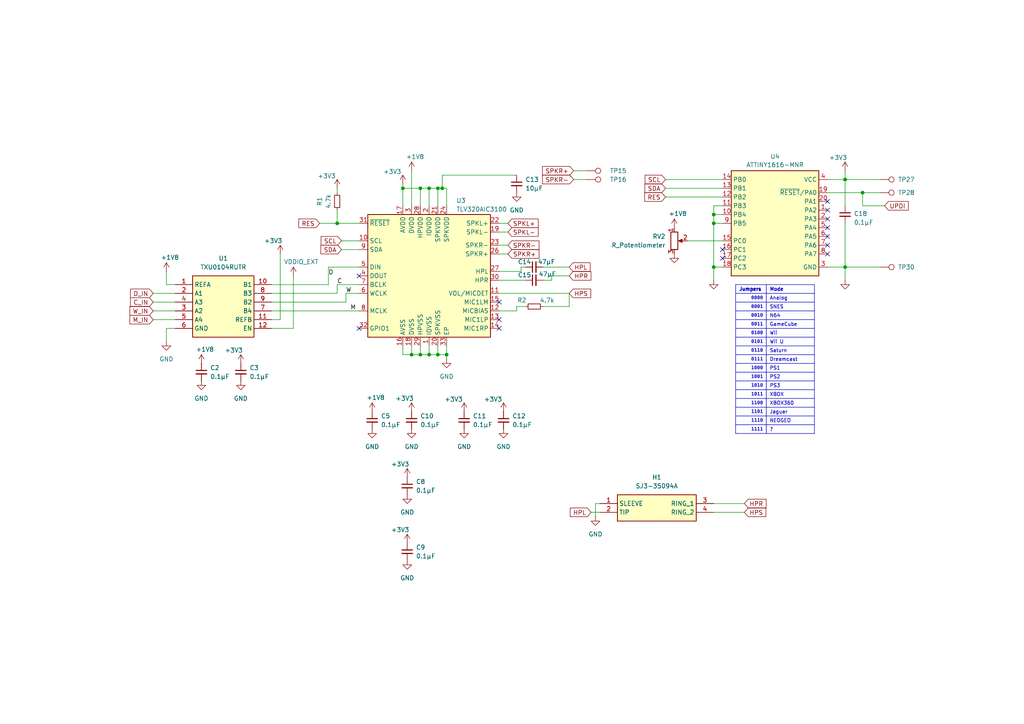
<source format=kicad_sch>
(kicad_sch (version 20250114) (generator "eeschema") (generator_version "9.0")
  (paper "A4")
  (lib_symbols
    (symbol "Audio:TLV320AIC3100"
      (property "Reference" "U1" (at 7.2741 22.86 0))
      (property "Value" "TLV320AIC3100" (at 7.2741 20.32 0))
      (symbol "TLV320AIC3100_0_1"
        (rectangle (start -17.78 17.78) (end 17.78 -17.78) (stroke (width 0.254)) (fill (type background)))
      )
      (symbol "TLV320AIC3100_1_1"
        (pin input line (at -20.32 15.24 0) (length 2.54) (name "~{RESET}") (number "31"))
        (pin input line (at -20.32 10.16 0) (length 2.54) (name "SCL") (number "10"))
        (pin bidirectional line (at -20.32 7.62 0) (length 2.54) (name "SDA") (number "9"))
        (pin input line (at -20.32 2.54 0) (length 2.54) (name "DIN") (number "5"))
        (pin output line (at -20.32 0 0) (length 2.54) (name "DOUT") (number "4"))
        (pin bidirectional line (at -20.32 -2.54 0) (length 2.54) (name "BCLK") (number "7"))
        (pin bidirectional line (at -20.32 -5.08 0) (length 2.54) (name "WCLK") (number "6"))
        (pin input line (at -20.32 -10.16 0) (length 2.54) (name "MCLK") (number "8"))
        (pin bidirectional line (at -20.32 -15.24 0) (length 2.54) (name "GPIO1") (number "32"))
        (pin power_in line (at -7.62 20.32 270) (length 2.54) (name "AVDD") (number "17"))
        (pin power_in line (at -7.62 -20.32 90) (length 2.54) (name "AVSS") (number "16"))
        (pin power_in line (at -5.08 20.32 270) (length 2.54) (name "DVDD") (number "3"))
        (pin power_in line (at -5.08 -20.32 90) (length 2.54) (name "DVSS") (number "18"))
        (pin power_in line (at -2.54 20.32 270) (length 2.54) (name "HPVDD") (number "28"))
        (pin power_in line (at -2.54 -20.32 90) (length 2.54) (name "HPVSS") (number "29"))
        (pin power_in line (at 0 20.32 270) (length 2.54) (name "IOVDD") (number "2"))
        (pin power_in line (at 0 -20.32 90) (length 2.54) (name "IOVSS") (number "1"))
        (pin power_in line (at 2.54 20.32 270) (length 2.54) (name "SPKVDD") (number "21"))
        (pin power_in line (at 2.54 -20.32 90) (length 2.54) (name "SPKVSS") (number "20"))
        (pin passive line (at 2.54 -20.32 90) (length 2.54) (hide yes) (name "SPKVSS") (number "25"))
        (pin power_in line (at 5.08 20.32 270) (length 2.54) (name "SPKVDD") (number "24"))
        (pin power_in line (at 5.08 -20.32 90) (length 2.54) (name "EP") (number "33"))
        (pin output line (at 20.32 15.24 180) (length 2.54) (name "SPKL+") (number "22"))
        (pin output line (at 20.32 12.7 180) (length 2.54) (name "SPKL-") (number "19"))
        (pin passive line (at 20.32 8.89 180) (length 2.54) (name "SPKR-") (number "23"))
        (pin passive line (at 20.32 6.35 180) (length 2.54) (name "SPKR+") (number "26"))
        (pin output line (at 20.32 1.27 180) (length 2.54) (name "HPL") (number "27"))
        (pin output line (at 20.32 -1.27 180) (length 2.54) (name "HPR") (number "30"))
        (pin input line (at 20.32 -5.08 180) (length 2.54) (name "VOL/MICDET") (number "11"))
        (pin input line (at 20.32 -7.62 180) (length 2.54) (name "MIC1LM") (number "15"))
        (pin power_out line (at 20.32 -10.16 180) (length 2.54) (name "MICBIAS") (number "12"))
        (pin input line (at 20.32 -12.7 180) (length 2.54) (name "MIC1LP") (number "13"))
        (pin input line (at 20.32 -15.24 180) (length 2.54) (name "MIC1RP") (number "14"))
      )
    )
    (symbol "Connector:TestPoint" (pin_numbers (hide yes)) (pin_names (offset 0.762) (hide yes))
      (property "Reference" "TP" (at 0 6.858 0))
      (property "Value" "TestPoint" (at 0 5.08 0))
      (symbol "TestPoint_0_1"
        (circle (center 0 3.302) (radius 0.762))
      )
      (symbol "TestPoint_1_1"
        (pin passive line (at 0 0 90) (length 2.54) (name "1") (number "1"))
      )
    )
    (symbol "Device:C_Small" (pin_numbers (hide yes)) (pin_names (offset 0.254) (hide yes))
      (property "Reference" "C" (at 0.254 1.778 0))
      (property "Value" "C_Small" (at 0.254 -2.032 0))
      (symbol "C_Small_0_1"
        (polyline (pts (xy -1.524 0.508) (xy 1.524 0.508)) (stroke (width 0.3048)))
        (polyline (pts (xy -1.524 -0.508) (xy 1.524 -0.508)) (stroke (width 0.3302)))
      )
      (symbol "C_Small_1_1"
        (pin passive line (at 0 2.54 270) (length 2.032) (name "~") (number "1"))
        (pin passive line (at 0 -2.54 90) (length 2.032) (name "~") (number "2"))
      )
    )
    (symbol "Device:R_Potentiometer" (pin_names (offset 1.016) (hide yes))
      (property "Reference" "RV" (at -4.445 0 90))
      (property "Value" "R_Potentiometer" (at -2.54 0 90))
      (symbol "R_Potentiometer_0_1"
        (rectangle (start 1.016 2.54) (end -1.016 -2.54) (stroke (width 0.254)))
        (polyline (pts (xy 1.143 0) (xy 2.286 0.508) (xy 2.286 -0.508) (xy 1.143 0)) (fill (type outline)))
        (polyline (pts (xy 2.54 0) (xy 1.524 0)))
      )
      (symbol "R_Potentiometer_1_1"
        (pin passive line (at 0 3.81 270) (length 1.27) (name "1") (number "1"))
        (pin passive line (at 0 -3.81 90) (length 1.27) (name "3") (number "3"))
        (pin passive line (at 3.81 0 180) (length 1.27) (name "2") (number "2"))
      )
    )
    (symbol "Device:R_Small" (pin_numbers (hide yes)) (pin_names (offset 0.254) (hide yes))
      (property "Reference" "R" (at 0.762 0.508 0))
      (property "Value" "R_Small" (at 0.762 -1.016 0))
      (symbol "R_Small_0_1"
        (rectangle (start -0.762 1.778) (end 0.762 -1.778) (stroke (width 0.2032)))
      )
      (symbol "R_Small_1_1"
        (pin passive line (at 0 2.54 270) (length 0.762) (name "~") (number "1"))
        (pin passive line (at 0 -2.54 90) (length 0.762) (name "~") (number "2"))
      )
    )
    (symbol "MCU_Microchip_ATtiny:ATtiny1616-M"
      (property "Reference" "U2" (at -12.7 11.43 0))
      (property "Value" "ATtiny1616-M" (at -1.27 11.43 0))
      (symbol "ATtiny1616-M_0_1"
        (rectangle (start -12.7 10.16) (end 12.7 -20.32) (stroke (width 0.254)) (fill (type background)))
      )
      (symbol "ATtiny1616-M_1_1"
        (pin bidirectional line (at -15.24 7.62 0) (length 2.54) (name "PB0") (number "14"))
        (pin bidirectional line (at -15.24 5.08 0) (length 2.54) (name "PB1") (number "13"))
        (pin bidirectional line (at -15.24 2.54 0) (length 2.54) (name "PB2") (number "12"))
        (pin bidirectional line (at -15.24 0 0) (length 2.54) (name "PB3") (number "11"))
        (pin bidirectional line (at -15.24 -2.54 0) (length 2.54) (name "PB4") (number "10"))
        (pin bidirectional line (at -15.24 -5.08 0) (length 2.54) (name "PB5") (number "9"))
        (pin bidirectional line (at -15.24 -10.16 0) (length 2.54) (name "PC0") (number "15"))
        (pin bidirectional line (at -15.24 -12.7 0) (length 2.54) (name "PC1") (number "16"))
        (pin bidirectional line (at -15.24 -15.24 0) (length 2.54) (name "PC2") (number "17"))
        (pin bidirectional line (at -15.24 -17.78 0) (length 2.54) (name "PC3") (number "18"))
        (pin power_in line (at 15.24 7.62 180) (length 2.54) (name "VCC") (number "4"))
        (pin bidirectional line (at 15.24 3.81 180) (length 2.54) (name "~{RESET}/PA0") (number "19"))
        (pin bidirectional line (at 15.24 1.27 180) (length 2.54) (name "PA1") (number "20"))
        (pin bidirectional line (at 15.24 -1.27 180) (length 2.54) (name "PA2") (number "1"))
        (pin bidirectional line (at 15.24 -3.81 180) (length 2.54) (name "PA3") (number "2"))
        (pin bidirectional line (at 15.24 -6.35 180) (length 2.54) (name "PA4") (number "5"))
        (pin bidirectional line (at 15.24 -8.89 180) (length 2.54) (name "PA5") (number "6"))
        (pin bidirectional line (at 15.24 -11.43 180) (length 2.54) (name "PA6") (number "7"))
        (pin bidirectional line (at 15.24 -13.97 180) (length 2.54) (name "PA7") (number "8"))
        (pin passive line (at 15.24 -17.78 180) (length 2.54) (hide yes) (name "GND") (number "21"))
        (pin power_in line (at 15.24 -17.78 180) (length 2.54) (name "GND") (number "3"))
      )
    )
    (symbol "SamacSys_Parts:LSF0204GU12X"
      (property "Reference" "IC1" (at 13.97 7.62 0))
      (property "Value" "LSF0204GU12X" (at 13.97 5.08 0))
      (symbol "LSF0204GU12X_1_1"
        (rectangle (start 5.08 2.54) (end 22.86 -15.24) (stroke (width 0.254)) (fill (type background)))
        (pin passive line (at 0 0 0) (length 5.08) (name "REFA") (number "1"))
        (pin passive line (at 0 -2.54 0) (length 5.08) (name "A1") (number "2"))
        (pin passive line (at 0 -5.08 0) (length 5.08) (name "A3") (number "4"))
        (pin passive line (at 0 -7.62 0) (length 5.08) (name "A2") (number "3"))
        (pin passive line (at 0 -10.16 0) (length 5.08) (name "A4") (number "5"))
        (pin passive line (at 0 -12.7 0) (length 5.08) (name "GND") (number "6"))
        (pin passive line (at 27.94 0 180) (length 5.08) (name "B1") (number "10"))
        (pin passive line (at 27.94 -2.54 180) (length 5.08) (name "B3") (number "8"))
        (pin passive line (at 27.94 -5.08 180) (length 5.08) (name "B2") (number "9"))
        (pin passive line (at 27.94 -7.62 180) (length 5.08) (name "B4") (number "7"))
        (pin passive line (at 27.94 -10.16 180) (length 5.08) (name "REFB") (number "11"))
        (pin passive line (at 27.94 -12.7 180) (length 5.08) (name "EN") (number "12"))
      )
    )
    (symbol "SamacSys_Parts:SJ3-35094A"
      (property "Reference" "H" (at 29.21 7.62 0))
      (property "Value" "SJ3-35094A" (at 29.21 5.08 0))
      (symbol "SJ3-35094A_1_1"
        (rectangle (start 5.08 2.54) (end 27.94 -5.08) (stroke (width 0.254)) (fill (type background)))
        (pin passive line (at 0 0 0) (length 5.08) (name "SLEEVE") (number "1"))
        (pin passive line (at 0 -2.54 0) (length 5.08) (name "TIP") (number "2"))
        (pin passive line (at 33.02 0 180) (length 5.08) (name "RING_1") (number "3"))
        (pin passive line (at 33.02 -2.54 180) (length 5.08) (name "RING_2") (number "4"))
      )
    )
    (symbol "power:+1V8" (power) (pin_numbers (hide yes)) (pin_names (offset 0) (hide yes))
      (property "Value" "+1V8" (at 0 3.556 0))
      (symbol "+1V8_0_1"
        (polyline (pts (xy -0.762 1.27) (xy 0 2.54)))
        (polyline (pts (xy 0 2.54) (xy 0.762 1.27)))
        (polyline (pts (xy 0 0) (xy 0 2.54)))
      )
      (symbol "+1V8_1_1"
        (pin power_in line (at 0 0 90) (length 0) (name "~") (number "1"))
      )
    )
    (symbol "power:+3V3" (power) (pin_numbers (hide yes)) (pin_names (offset 0) (hide yes))
      (property "Value" "+3V3" (at 0 3.556 0))
      (symbol "+3V3_0_1"
        (polyline (pts (xy -0.762 1.27) (xy 0 2.54)))
        (polyline (pts (xy 0 2.54) (xy 0.762 1.27)))
        (polyline (pts (xy 0 0) (xy 0 2.54)))
      )
      (symbol "+3V3_1_1"
        (pin power_in line (at 0 0 90) (length 0) (name "~") (number "1"))
      )
    )
    (symbol "power:GND" (power) (pin_numbers (hide yes)) (pin_names (offset 0) (hide yes))
      (property "Value" "GND" (at 0 -3.81 0))
      (symbol "GND_0_1"
        (polyline (pts (xy 0 0) (xy 0 -1.27) (xy 1.27 -1.27) (xy 0 -2.54) (xy -1.27 -1.27) (xy 0 -1.27)))
      )
      (symbol "GND_1_1"
        (pin power_in line (at 0 0 270) (length 0) (name "~") (number "1"))
      )
    )
  )
  (junction (at 124.46 54.61))
  (junction (at 207.01 62.23))
  (junction (at 116.84 54.61))
  (junction (at 245.11 52.07))
  (junction (at 121.92 102.87))
  (junction (at 250.19 55.88))
  (junction (at 97.79 64.77))
  (junction (at 207.01 64.77))
  (junction (at 127 54.61))
  (junction (at 121.92 54.61))
  (junction (at 127 102.87))
  (junction (at 207.01 77.47))
  (junction (at 124.46 102.87))
  (junction (at 119.38 102.87))
  (junction (at 129.54 102.87))
  (junction (at 128.27 54.61))
  (junction (at 245.11 77.47))
  (no_connect (at 104.14 95.25))
  (no_connect (at 209.55 74.93))
  (no_connect (at 240.03 71.12))
  (no_connect (at 104.14 80.01))
  (no_connect (at 240.03 66.04))
  (no_connect (at 209.55 72.39))
  (no_connect (at 144.78 92.71))
  (no_connect (at 240.03 60.96))
  (no_connect (at 144.78 87.63))
  (no_connect (at 144.78 95.25))
  (no_connect (at 240.03 63.5))
  (no_connect (at 240.03 58.42))
  (no_connect (at 240.03 73.66))
  (no_connect (at 240.03 68.58))
  (wire (pts (xy 151.13 78.74) (xy 144.78 78.74)))
  (wire (pts (xy 207.01 62.23) (xy 207.01 64.77)))
  (wire (pts (xy 116.84 54.61) (xy 116.84 59.69)))
  (wire (pts (xy 147.32 67.31) (xy 144.78 67.31)))
  (wire (pts (xy 149.86 88.9) (xy 152.4 88.9)))
  (wire (pts (xy 151.13 77.47) (xy 152.4 77.47)))
  (wire (pts (xy 149.86 90.17) (xy 149.86 88.9)))
  (wire (pts (xy 160.02 80.01) (xy 165.1 80.01)))
  (wire (pts (xy 99.06 69.85) (xy 104.14 69.85)))
  (wire (pts (xy 97.79 85.09) (xy 78.74 85.09)))
  (wire (pts (xy 157.48 88.9) (xy 165.1 88.9)))
  (wire (pts (xy 129.54 102.87) (xy 129.54 100.33)))
  (wire (pts (xy 100.33 87.63) (xy 78.74 87.63)))
  (wire (pts (xy 207.01 77.47) (xy 207.01 81.28)))
  (wire (pts (xy 171.45 148.59) (xy 173.99 148.59)))
  (wire (pts (xy 129.54 54.61) (xy 129.54 59.69)))
  (wire (pts (xy 165.1 85.09) (xy 144.78 85.09)))
  (wire (pts (xy 147.32 71.12) (xy 144.78 71.12)))
  (wire (pts (xy 44.45 87.63) (xy 50.8 87.63)))
  (wire (pts (xy 97.79 60.96) (xy 97.79 64.77)))
  (wire (pts (xy 100.33 85.09) (xy 100.33 87.63)))
  (wire (pts (xy 170.18 49.53) (xy 166.37 49.53)))
  (wire (pts (xy 209.55 59.69) (xy 207.01 59.69)))
  (wire (pts (xy 92.71 64.77) (xy 97.79 64.77)))
  (wire (pts (xy 207.01 77.47) (xy 209.55 77.47)))
  (wire (pts (xy 78.74 92.71) (xy 81.28 92.71)))
  (wire (pts (xy 119.38 49.53) (xy 119.38 59.69)))
  (wire (pts (xy 209.55 64.77) (xy 207.01 64.77)))
  (wire (pts (xy 124.46 100.33) (xy 124.46 102.87)))
  (wire (pts (xy 116.84 102.87) (xy 119.38 102.87)))
  (wire (pts (xy 129.54 54.61) (xy 128.27 54.61)))
  (wire (pts (xy 157.48 81.28) (xy 160.02 81.28)))
  (wire (pts (xy 48.26 78.74) (xy 48.26 82.55)))
  (wire (pts (xy 215.9 148.59) (xy 207.01 148.59)))
  (wire (pts (xy 124.46 102.87) (xy 127 102.87)))
  (wire (pts (xy 95.25 82.55) (xy 78.74 82.55)))
  (wire (pts (xy 240.03 77.47) (xy 245.11 77.47)))
  (wire (pts (xy 209.55 62.23) (xy 207.01 62.23)))
  (wire (pts (xy 144.78 90.17) (xy 149.86 90.17)))
  (wire (pts (xy 127 102.87) (xy 129.54 102.87)))
  (wire (pts (xy 256.54 59.69) (xy 250.19 59.69)))
  (wire (pts (xy 207.01 64.77) (xy 207.01 77.47)))
  (wire (pts (xy 128.27 50.8) (xy 128.27 54.61)))
  (wire (pts (xy 215.9 146.05) (xy 207.01 146.05)))
  (wire (pts (xy 173.99 146.05) (xy 172.72 146.05)))
  (wire (pts (xy 127 100.33) (xy 127 102.87)))
  (wire (pts (xy 99.06 72.39) (xy 104.14 72.39)))
  (wire (pts (xy 170.18 52.07) (xy 166.37 52.07)))
  (wire (pts (xy 48.26 99.06) (xy 48.26 95.25)))
  (wire (pts (xy 240.03 55.88) (xy 250.19 55.88)))
  (wire (pts (xy 128.27 50.8) (xy 149.86 50.8)))
  (wire (pts (xy 193.04 54.61) (xy 209.55 54.61)))
  (wire (pts (xy 97.79 64.77) (xy 104.14 64.77)))
  (wire (pts (xy 44.45 90.17) (xy 50.8 90.17)))
  (wire (pts (xy 193.04 57.15) (xy 209.55 57.15)))
  (wire (pts (xy 172.72 146.05) (xy 172.72 149.86)))
  (wire (pts (xy 250.19 59.69) (xy 250.19 55.88)))
  (wire (pts (xy 151.13 77.47) (xy 151.13 78.74)))
  (wire (pts (xy 193.04 52.07) (xy 209.55 52.07)))
  (wire (pts (xy 78.74 90.17) (xy 104.14 90.17)))
  (wire (pts (xy 129.54 102.87) (xy 129.54 104.14)))
  (wire (pts (xy 104.14 85.09) (xy 100.33 85.09)))
  (wire (pts (xy 121.92 102.87) (xy 124.46 102.87)))
  (wire (pts (xy 116.84 53.34) (xy 116.84 54.61)))
  (wire (pts (xy 124.46 54.61) (xy 127 54.61)))
  (wire (pts (xy 245.11 64.77) (xy 245.11 77.47)))
  (wire (pts (xy 245.11 52.07) (xy 245.11 49.53)))
  (wire (pts (xy 121.92 54.61) (xy 116.84 54.61)))
  (wire (pts (xy 207.01 59.69) (xy 207.01 62.23)))
  (wire (pts (xy 95.25 77.47) (xy 104.14 77.47)))
  (wire (pts (xy 124.46 54.61) (xy 121.92 54.61)))
  (wire (pts (xy 127 54.61) (xy 127 59.69)))
  (wire (pts (xy 48.26 95.25) (xy 50.8 95.25)))
  (wire (pts (xy 119.38 100.33) (xy 119.38 102.87)))
  (wire (pts (xy 240.03 52.07) (xy 245.11 52.07)))
  (wire (pts (xy 124.46 59.69) (xy 124.46 54.61)))
  (wire (pts (xy 245.11 52.07) (xy 245.11 59.69)))
  (wire (pts (xy 165.1 88.9) (xy 165.1 85.09)))
  (wire (pts (xy 121.92 54.61) (xy 121.92 59.69)))
  (wire (pts (xy 245.11 77.47) (xy 245.11 81.28)))
  (wire (pts (xy 104.14 82.55) (xy 97.79 82.55)))
  (wire (pts (xy 128.27 54.61) (xy 127 54.61)))
  (wire (pts (xy 160.02 81.28) (xy 160.02 80.01)))
  (wire (pts (xy 95.25 82.55) (xy 95.25 77.47)))
  (wire (pts (xy 121.92 100.33) (xy 121.92 102.87)))
  (wire (pts (xy 116.84 100.33) (xy 116.84 102.87)))
  (wire (pts (xy 85.09 80.01) (xy 85.09 95.25)))
  (wire (pts (xy 245.11 77.47) (xy 255.27 77.47)))
  (wire (pts (xy 250.19 55.88) (xy 255.27 55.88)))
  (wire (pts (xy 119.38 102.87) (xy 121.92 102.87)))
  (wire (pts (xy 97.79 82.55) (xy 97.79 85.09)))
  (wire (pts (xy 97.79 54.61) (xy 97.79 55.88)))
  (wire (pts (xy 44.45 92.71) (xy 50.8 92.71)))
  (wire (pts (xy 157.48 77.47) (xy 165.1 77.47)))
  (wire (pts (xy 44.45 85.09) (xy 50.8 85.09)))
  (wire (pts (xy 147.32 73.66) (xy 144.78 73.66)))
  (wire (pts (xy 199.39 69.85) (xy 209.55 69.85)))
  (wire (pts (xy 255.27 52.07) (xy 245.11 52.07)))
  (wire (pts (xy 48.26 82.55) (xy 50.8 82.55)))
  (wire (pts (xy 144.78 81.28) (xy 152.4 81.28)))
  (wire (pts (xy 147.32 64.77) (xy 144.78 64.77)))
  (wire (pts (xy 78.74 95.25) (xy 85.09 95.25)))
  (wire (pts (xy 81.28 73.66) (xy 81.28 92.71)))
  (table (column_count 2) (border (external yes) (header yes)) (separators (rows yes) (cols yes)) (column_widths 8.89 13.97) (row_heights 2.54 2.54 2.54 2.54 2.54 2.54 2.54 2.54 2.54 2.54 2.54 2.54 2.54 2.54 2.54 2.54 2.54) (cells (table_cell "Jumpers" (at 213.36 82.55 0) (size 8.89 2.54) (margins 0.9525 0.9525 0.9525 0.9525) (span 1 1)) (table_cell "Mode" (at 222.25 82.55 0) (size 13.97 2.54) (margins 0.9525 0.9525 0.9525 0.9525) (span 1 1)) (table_cell "0000" (at 213.36 85.09 0) (size 8.89 2.54) (margins 0.9525 0.9525 0.9525 0.9525) (span 1 1)) (table_cell "Analog" (at 222.25 85.09 0) (size 13.97 2.54) (margins 0.9525 0.9525 0.9525 0.9525) (span 1 1)) (table_cell "0001" (at 213.36 87.63 0) (size 8.89 2.54) (margins 0.9525 0.9525 0.9525 0.9525) (span 1 1)) (table_cell "SNES" (at 222.25 87.63 0) (size 13.97 2.54) (margins 0.9525 0.9525 0.9525 0.9525) (span 1 1)) (table_cell "0010" (at 213.36 90.17 0) (size 8.89 2.54) (margins 0.9525 0.9525 0.9525 0.9525) (span 1 1)) (table_cell "N64" (at 222.25 90.17 0) (size 13.97 2.54) (margins 0.9525 0.9525 0.9525 0.9525) (span 1 1)) (table_cell "0011" (at 213.36 92.71 0) (size 8.89 2.54) (margins 0.9525 0.9525 0.9525 0.9525) (span 1 1)) (table_cell "GameCube" (at 222.25 92.71 0) (size 13.97 2.54) (margins 0.9525 0.9525 0.9525 0.9525) (span 1 1)) (table_cell "0100" (at 213.36 95.25 0) (size 8.89 2.54) (margins 0.9525 0.9525 0.9525 0.9525) (span 1 1)) (table_cell "Wii" (at 222.25 95.25 0) (size 13.97 2.54) (margins 0.9525 0.9525 0.9525 0.9525) (span 1 1)) (table_cell "0101" (at 213.36 97.79 0) (size 8.89 2.54) (margins 0.9525 0.9525 0.9525 0.9525) (span 1 1)) (table_cell "Wii U" (at 222.25 97.79 0) (size 13.97 2.54) (margins 0.9525 0.9525 0.9525 0.9525) (span 1 1)) (table_cell "0110" (at 213.36 100.33 0) (size 8.89 2.54) (margins 0.9525 0.9525 0.9525 0.9525) (span 1 1)) (table_cell "Saturn" (at 222.25 100.33 0) (size 13.97 2.54) (margins 0.9525 0.9525 0.9525 0.9525) (span 1 1)) (table_cell "0111" (at 213.36 102.87 0) (size 8.89 2.54) (margins 0.9525 0.9525 0.9525 0.9525) (span 1 1)) (table_cell "Dreamcast" (at 222.25 102.87 0) (size 13.97 2.54) (margins 0.9525 0.9525 0.9525 0.9525) (span 1 1)) (table_cell "1000" (at 213.36 105.41 0) (size 8.89 2.54) (margins 0.9525 0.9525 0.9525 0.9525) (span 1 1)) (table_cell "PS1" (at 222.25 105.41 0) (size 13.97 2.54) (margins 0.9525 0.9525 0.9525 0.9525) (span 1 1)) (table_cell "1001" (at 213.36 107.95 0) (size 8.89 2.54) (margins 0.9525 0.9525 0.9525 0.9525) (span 1 1)) (table_cell "PS2" (at 222.25 107.95 0) (size 13.97 2.54) (margins 0.9525 0.9525 0.9525 0.9525) (span 1 1)) (table_cell "1010" (at 213.36 110.49 0) (size 8.89 2.54) (margins 0.9525 0.9525 0.9525 0.9525) (span 1 1)) (table_cell "PS3" (at 222.25 110.49 0) (size 13.97 2.54) (margins 0.9525 0.9525 0.9525 0.9525) (span 1 1)) (table_cell "1011" (at 213.36 113.03 0) (size 8.89 2.54) (margins 0.9525 0.9525 0.9525 0.9525) (span 1 1)) (table_cell "XBOX" (at 222.25 113.03 0) (size 13.97 2.54) (margins 0.9525 0.9525 0.9525 0.9525) (span 1 1)) (table_cell "1100" (at 213.36 115.57 0) (size 8.89 2.54) (margins 0.9525 0.9525 0.9525 0.9525) (span 1 1)) (table_cell "XBOX360" (at 222.25 115.57 0) (size 13.97 2.54) (margins 0.9525 0.9525 0.9525 0.9525) (span 1 1)) (table_cell "1101" (at 213.36 118.11 0) (size 8.89 2.54) (margins 0.9525 0.9525 0.9525 0.9525) (span 1 1)) (table_cell "Jaguar" (at 222.25 118.11 0) (size 13.97 2.54) (margins 0.9525 0.9525 0.9525 0.9525) (span 1 1)) (table_cell "1110" (at 213.36 120.65 0) (size 8.89 2.54) (margins 0.9525 0.9525 0.9525 0.9525) (span 1 1)) (table_cell "NEOGEO" (at 222.25 120.65 0) (size 13.97 2.54) (margins 0.9525 0.9525 0.9525 0.9525) (span 1 1)) (table_cell "1111" (at 213.36 123.19 0) (size 8.89 2.54) (margins 0.9525 0.9525 0.9525 0.9525) (span 1 1)) (table_cell "?" (at 222.25 123.19 0) (size 13.97 2.54) (margins 0.9525 0.9525 0.9525 0.9525) (span 1 1))))
  (label "M" (at 101.6 90.17 0))
  (label "C" (at 97.79 82.55 0))
  (label "W" (at 100.33 85.09 0))
  (label "D" (at 95.25 80.01 0))
  (global_label "SDA" (shape input) (at 193.04 54.61 180) (property "Intersheetrefs" "${INTERSHEET_REFS}" (effects (hide yes))))
  (global_label "HPL" (shape input) (at 171.45 148.59 180) (property "Intersheetrefs" "${INTERSHEET_REFS}" (effects (hide yes))))
  (global_label "M_IN" (shape input) (at 44.45 92.71 180) (property "Intersheetrefs" "${INTERSHEET_REFS}" (effects (hide yes))))
  (global_label "HPR" (shape input) (at 215.9 146.05 0) (property "Intersheetrefs" "${INTERSHEET_REFS}" (effects (hide yes))))
  (global_label "SPKL+" (shape input) (at 147.32 64.77 0) (property "Intersheetrefs" "${INTERSHEET_REFS}" (effects (hide yes))))
  (global_label "W_IN" (shape input) (at 44.45 90.17 180) (property "Intersheetrefs" "${INTERSHEET_REFS}" (effects (hide yes))))
  (global_label "SCL" (shape input) (at 193.04 52.07 180) (property "Intersheetrefs" "${INTERSHEET_REFS}" (effects (hide yes))))
  (global_label "SPKL-" (shape input) (at 147.32 67.31 0) (property "Intersheetrefs" "${INTERSHEET_REFS}" (effects (hide yes))))
  (global_label "D_IN" (shape input) (at 44.45 85.09 180) (property "Intersheetrefs" "${INTERSHEET_REFS}" (effects (hide yes))))
  (global_label "HPS" (shape input) (at 215.9 148.59 0) (property "Intersheetrefs" "${INTERSHEET_REFS}" (effects (hide yes))))
  (global_label "SDA" (shape input) (at 99.06 72.39 180) (property "Intersheetrefs" "${INTERSHEET_REFS}" (effects (hide yes))))
  (global_label "SPKR+" (shape input) (at 147.32 73.66 0) (property "Intersheetrefs" "${INTERSHEET_REFS}" (effects (hide yes))))
  (global_label "SPKR-" (shape input) (at 166.37 52.07 180) (property "Intersheetrefs" "${INTERSHEET_REFS}" (effects (hide yes))))
  (global_label "SPKR-" (shape input) (at 147.32 71.12 0) (property "Intersheetrefs" "${INTERSHEET_REFS}" (effects (hide yes))))
  (global_label "HPR" (shape input) (at 165.1 80.01 0) (property "Intersheetrefs" "${INTERSHEET_REFS}" (effects (hide yes))))
  (global_label "SPKR+" (shape input) (at 166.37 49.53 180) (property "Intersheetrefs" "${INTERSHEET_REFS}" (effects (hide yes))))
  (global_label "UPDI" (shape input) (at 256.54 59.69 0) (property "Intersheetrefs" "${INTERSHEET_REFS}" (effects (hide yes))))
  (global_label "HPL" (shape input) (at 165.1 77.47 0) (property "Intersheetrefs" "${INTERSHEET_REFS}" (effects (hide yes))))
  (global_label "RES" (shape input) (at 92.71 64.77 180) (property "Intersheetrefs" "${INTERSHEET_REFS}" (effects (hide yes))))
  (global_label "C_IN" (shape input) (at 44.45 87.63 180) (property "Intersheetrefs" "${INTERSHEET_REFS}" (effects (hide yes))))
  (global_label "SCL" (shape input) (at 99.06 69.85 180) (property "Intersheetrefs" "${INTERSHEET_REFS}" (effects (hide yes))))
  (global_label "RES" (shape input) (at 193.04 57.15 180) (property "Intersheetrefs" "${INTERSHEET_REFS}" (effects (hide yes))))
  (global_label "HPS" (shape input) (at 165.1 85.09 0) (property "Intersheetrefs" "${INTERSHEET_REFS}" (effects (hide yes))))
  (symbol (lib_id "Device:C_Small") (at 118.11 140.97 0) (mirror y) (unit 1)
    (property "Reference" "C8" (at 120.65 139.7062 0) (effects (justify right)))
    (property "Value" "0.1µF" (at 120.65 142.2462 0) (effects (justify right)))
    (property "Footprint" "Capacitor_SMD:C_0402_1005Metric" (effects (hide yes)))
    (property "Description" "Unpolarized capacitor, small symbol" (effects (hide yes)))
  )
  (symbol (lib_id "power:+3V3") (at 81.28 73.66 0) (unit 1)
    (property "Reference" "#PWR011" (effects (hide yes)))
    (property "Value" "+3V3" (at 79.248 69.85 0))
    (property "Description" "Power symbol creates a global label with name \"+3V3\"" (effects (hide yes)))
  )
  (symbol (lib_id "power:+1V8") (at 107.95 119.38 0) (unit 1)
    (property "Reference" "#PWR014" (effects (hide yes)))
    (property "Value" "+1V8" (at 108.966 115.316 0))
    (property "Description" "Power symbol creates a global label with name \"+1V8\"" (effects (hide yes)))
  )
  (symbol (lib_id "power:+3V3") (at 97.79 54.61 0) (unit 1)
    (property "Reference" "#PWR013" (effects (hide yes)))
    (property "Value" "+3V3" (at 94.742 51.054 0))
    (property "Description" "Power symbol creates a global label with name \"+3V3\"" (effects (hide yes)))
  )
  (symbol (lib_id "Audio:TLV320AIC3100") (at 124.46 80.01 0) (unit 1)
    (property "Reference" "U3" (at 132.334 58.166 0) (effects (justify left)))
    (property "Value" "TLV320AIC3100" (at 132.334 60.706 0) (effects (justify left)))
    (property "Footprint" "Package_DFN_QFN:VQFN-32-1EP_5x5mm_P0.5mm_EP3.5x3.5mm" (effects (hide yes)))
    (property "Datasheet" "http://www.ti.com/lit/ds/symlink/tlv320aic3100.pdf" (effects (hide yes)))
    (property "Description" "Low Power Audio Codec with Audio Processing and Mono Class‑D Amplifier, VQFN-32" (effects (hide yes)))
  )
  (symbol (lib_id "Connector:TestPoint") (at 255.27 77.47 270) (unit 1)
    (property "Reference" "TP30" (at 262.89 77.47 90))
    (property "Value" "GND" (effects (hide yes)))
    (property "Footprint" "TestPoint:TestPoint_Pad_D1.0mm" (effects (hide yes)))
  )
  (symbol (lib_id "power:+1V8") (at 58.42 105.41 0) (unit 1)
    (property "Reference" "#PWR05" (effects (hide yes)))
    (property "Value" "+1V8" (at 59.436 101.346 0))
    (property "Description" "Power symbol creates a global label with name \"+1V8\"" (effects (hide yes)))
  )
  (symbol (lib_id "power:GND") (at 118.11 143.51 0) (unit 1)
    (property "Reference" "#PWR022" (effects (hide yes)))
    (property "Value" "GND" (at 118.11 148.59 0))
    (property "Description" "Power symbol creates a global label with name \"GND\" , ground" (effects (hide yes)))
  )
  (symbol (lib_id "Device:C_Small") (at 119.38 121.92 0) (mirror y) (unit 1)
    (property "Reference" "C10" (at 121.92 120.6562 0) (effects (justify right)))
    (property "Value" "0.1µF" (at 121.92 123.1962 0) (effects (justify right)))
    (property "Footprint" "Capacitor_SMD:C_0402_1005Metric" (effects (hide yes)))
    (property "Description" "Unpolarized capacitor, small symbol" (effects (hide yes)))
  )
  (symbol (lib_id "Device:C_Small") (at 118.11 160.02 0) (mirror y) (unit 1)
    (property "Reference" "C9" (at 120.65 158.7562 0) (effects (justify right)))
    (property "Value" "0.1µF" (at 120.65 161.2962 0) (effects (justify right)))
    (property "Footprint" "Capacitor_SMD:C_0402_1005Metric" (effects (hide yes)))
    (property "Description" "Unpolarized capacitor, small symbol" (effects (hide yes)))
  )
  (symbol (lib_id "power:GND") (at 195.58 73.66 0) (unit 1)
    (property "Reference" "#PWR042" (effects (hide yes)))
    (property "Value" "GND" (effects (hide yes)))
  )
  (symbol (lib_id "Connector:TestPoint") (at 170.18 52.07 270) (unit 1)
    (property "Reference" "TP16" (at 179.324 52.07 90))
    (property "Value" "SPKR+" (effects (hide yes)))
    (property "Footprint" "TestPoint:TestPoint_Pad_D1.0mm" (effects (hide yes)))
  )
  (symbol (lib_id "power:GND") (at 69.85 110.49 0) (unit 1)
    (property "Reference" "#PWR09" (effects (hide yes)))
    (property "Value" "GND" (at 69.85 115.57 0))
    (property "Description" "Power symbol creates a global label with name \"GND\" , ground" (effects (hide yes)))
  )
  (symbol (lib_id "Connector:TestPoint") (at 255.27 52.07 270) (unit 1)
    (property "Reference" "TP27" (at 262.89 52.07 90))
    (property "Value" "3.3V" (effects (hide yes)))
    (property "Footprint" "TestPoint:TestPoint_Pad_D1.0mm" (effects (hide yes)))
  )
  (symbol (lib_id "power:+3V3") (at 69.85 105.41 0) (unit 1)
    (property "Reference" "#PWR08" (effects (hide yes)))
    (property "Value" "+3V3" (at 67.818 101.6 0))
    (property "Description" "Power symbol creates a global label with name \"+3V3\"" (effects (hide yes)))
  )
  (symbol (lib_id "power:+3V3") (at 85.09 80.01 0) (unit 1)
    (property "Reference" "#PWR012" (effects (hide yes)))
    (property "Value" "VDDIO_EXT" (at 87.376 75.946 0))
    (property "Description" "Power symbol creates a global label with name \"+3V3\"" (effects (hide yes)))
  )
  (symbol (lib_id "power:+1V8") (at 195.58 66.04 0) (unit 1)
    (property "Reference" "#PWR032" (effects (hide yes)))
    (property "Value" "+1V8" (at 196.596 61.976 0))
    (property "Description" "Power symbol creates a global label with name \"+1V8\"" (effects (hide yes)))
  )
  (symbol (lib_id "power:GND") (at 172.72 149.86 0) (unit 1)
    (property "Reference" "#PWR035" (effects (hide yes)))
    (property "Value" "GND" (at 172.72 154.94 0))
    (property "Description" "Power symbol creates a global label with name \"GND\" , ground" (effects (hide yes)))
  )
  (symbol (lib_id "Device:C_Small") (at 149.86 53.34 0) (unit 1)
    (property "Reference" "C13" (at 152.4 52.0762 0) (effects (justify left)))
    (property "Value" "10µF" (at 152.4 54.6162 0) (effects (justify left)))
    (property "Footprint" "Capacitor_SMD:C_0603_1608Metric" (effects (hide yes)))
    (property "Description" "Unpolarized capacitor, small symbol" (effects (hide yes)))
  )
  (symbol (lib_id "power:+3V3") (at 118.11 157.48 0) (unit 1)
    (property "Reference" "#PWR023" (effects (hide yes)))
    (property "Value" "+3V3" (at 116.078 153.67 0))
    (property "Description" "Power symbol creates a global label with name \"+3V3\"" (effects (hide yes)))
  )
  (symbol (lib_id "SamacSys_Parts:SJ3-35094A") (at 173.99 146.05 0) (unit 1)
    (property "Reference" "H1" (at 190.5 138.43 0))
    (property "Value" "SJ3-35094A" (at 190.5 140.97 0))
    (property "Footprint" "SJ335094A" (effects (hide yes)))
    (property "Datasheet" "https://www.sameskydevices.com/product/resource/sj3-3509x.pdf" (effects (hide yes)))
    (property "Description" "3.50mm (0.141\", 1/8\", Mini Plug) - Headphone Phone Jack Stereo (4 Conductor, TRRS) Connector Solder" (effects (hide yes)))
    (property "Height" "6.2" (effects (hide yes)))
    (property "Mouser Part Number" "179-SJ3-35094A" (effects (hide yes)))
    (property "Mouser Price/Stock" "https://www.mouser.co.uk/ProductDetail/Same-Sky/SJ3-35094A?qs=IKkN%2F947nfA8GkuzO%2F2WRA%3D%3D" (effects (hide yes)))
    (property "Manufacturer_Name" "Same Sky" (effects (hide yes)))
    (property "Manufacturer_Part_Number" "SJ3-35094A" (effects (hide yes)))
  )
  (symbol (lib_id "power:+1V8") (at 119.38 49.53 0) (unit 1)
    (property "Reference" "#PWR025" (effects (hide yes)))
    (property "Value" "+1V8" (at 120.396 45.466 0))
    (property "Description" "Power symbol creates a global label with name \"+1V8\"" (effects (hide yes)))
  )
  (symbol (lib_id "MCU_Microchip_ATtiny:ATtiny1616-M") (at 224.79 59.69 0) (unit 1)
    (property "Reference" "U4" (at 224.79 45.3855 0))
    (property "Value" "ATTINY1616-MNR" (at 224.79 47.8098 0))
    (property "Footprint" "Package_DFN_QFN:VQFN-20-1EP_3x3mm_P0.4mm_EP1.7x1.7mm" (effects (hide yes)))
    (property "Datasheet" "http://ww1.microchip.com/downloads/en/DeviceDoc/ATtiny3216_ATtiny1616-data-sheet-40001997B.pdf" (effects (hide yes)))
    (property "Description" "20MHz, 16kB Flash, 2kB SRAM, 256B EEPROM, VQFN-20" (effects (hide yes)))
  )
  (symbol (lib_id "Device:C_Small") (at 58.42 107.95 0) (mirror y) (unit 1)
    (property "Reference" "C2" (at 60.96 106.6862 0) (effects (justify right)))
    (property "Value" "0.1µF" (at 60.96 109.2262 0) (effects (justify right)))
    (property "Footprint" "Capacitor_SMD:C_0402_1005Metric" (effects (hide yes)))
    (property "Description" "Unpolarized capacitor, small symbol" (effects (hide yes)))
  )
  (symbol (lib_id "Connector:TestPoint") (at 255.27 55.88 270) (unit 1)
    (property "Reference" "TP28" (at 262.89 55.88 90))
    (property "Value" "UPDI" (effects (hide yes)))
    (property "Footprint" "TestPoint:TestPoint_Pad_D1.0mm" (effects (hide yes)))
  )
  (symbol (lib_id "Device:C_Small") (at 245.11 62.23 0) (mirror y) (unit 1)
    (property "Reference" "C18" (at 247.65 61.976 0) (effects (justify right)))
    (property "Value" "0.1µF" (at 247.65 64.516 0) (effects (justify right)))
    (property "Footprint" "Capacitor_SMD:C_0402_1005Metric" (effects (hide yes)))
    (property "Description" "Unpolarized capacitor, small symbol" (effects (hide yes)))
  )
  (symbol (lib_id "power:GND") (at 48.26 99.06 0) (unit 1)
    (property "Reference" "#PWR04" (effects (hide yes)))
    (property "Value" "GND" (at 48.26 104.14 0))
    (property "Description" "Power symbol creates a global label with name \"GND\" , ground" (effects (hide yes)))
  )
  (symbol (lib_id "power:GND") (at 107.95 124.46 0) (unit 1)
    (property "Reference" "#PWR015" (effects (hide yes)))
    (property "Value" "GND" (at 107.95 129.54 0))
    (property "Description" "Power symbol creates a global label with name \"GND\" , ground" (effects (hide yes)))
  )
  (symbol (lib_id "Device:R_Small") (at 97.79 58.42 0) (mirror x) (unit 1)
    (property "Reference" "R1" (at 92.71 58.42 90))
    (property "Value" "4.7k" (at 95.25 58.42 90))
    (property "Footprint" "Resistor_SMD:R_0402_1005Metric" (effects (hide yes)))
    (property "Description" "Resistor, small symbol" (effects (hide yes)))
  )
  (symbol (lib_id "Device:C_Small") (at 146.05 121.92 0) (mirror y) (unit 1)
    (property "Reference" "C12" (at 148.59 120.6562 0) (effects (justify right)))
    (property "Value" "0.1µF" (at 148.59 123.1962 0) (effects (justify right)))
    (property "Footprint" "Capacitor_SMD:C_0402_1005Metric" (effects (hide yes)))
    (property "Description" "Unpolarized capacitor, small symbol" (effects (hide yes)))
  )
  (symbol (lib_id "Device:R_Small") (at 154.94 88.9 270) (mirror x) (unit 1)
    (property "Reference" "R2" (at 150.0139 87.0775 90) (effects (justify left)))
    (property "Value" "4.7k" (at 156.5379 87.1135 90) (effects (justify left)))
    (property "Footprint" "Resistor_SMD:R_0402_1005Metric" (effects (hide yes)))
    (property "Description" "Resistor, small symbol" (effects (hide yes)))
  )
  (symbol (lib_id "Device:R_Potentiometer") (at 195.58 69.85 0) (unit 1)
    (property "Reference" "RV2" (at 193.04 68.5799 0) (effects (justify right)))
    (property "Value" "R_Potentiometer" (at 193.04 71.1199 0) (effects (justify right)))
    (property "Footprint" "RoseDaggerDev:B103_Potentiometer" (effects (hide yes)))
    (property "Description" "Potentiometer" (effects (hide yes)))
  )
  (symbol (lib_id "power:+1V8") (at 48.26 78.74 0) (unit 1)
    (property "Reference" "#PWR03" (effects (hide yes)))
    (property "Value" "+1V8" (at 49.276 74.676 0))
    (property "Description" "Power symbol creates a global label with name \"+1V8\"" (effects (hide yes)))
  )
  (symbol (lib_id "power:GND") (at 58.42 110.49 0) (unit 1)
    (property "Reference" "#PWR06" (effects (hide yes)))
    (property "Value" "GND" (at 58.42 115.57 0))
    (property "Description" "Power symbol creates a global label with name \"GND\" , ground" (effects (hide yes)))
  )
  (symbol (lib_id "Device:C_Small") (at 134.62 121.92 0) (mirror y) (unit 1)
    (property "Reference" "C11" (at 137.16 120.6562 0) (effects (justify right)))
    (property "Value" "0.1µF" (at 137.16 123.1962 0) (effects (justify right)))
    (property "Footprint" "Capacitor_SMD:C_0402_1005Metric" (effects (hide yes)))
    (property "Description" "Unpolarized capacitor, small symbol" (effects (hide yes)))
  )
  (symbol (lib_id "power:GND") (at 245.11 81.28 0) (unit 1)
    (property "Reference" "#PWR040" (effects (hide yes)))
    (property "Value" "GND" (effects (hide yes)))
  )
  (symbol (lib_id "power:GND") (at 129.54 104.14 0) (unit 1)
    (property "Reference" "#PWR029" (effects (hide yes)))
    (property "Value" "GND" (at 129.54 109.22 0))
    (property "Description" "Power symbol creates a global label with name \"GND\" , ground" (effects (hide yes)))
  )
  (symbol (lib_id "power:GND") (at 134.62 124.46 0) (unit 1)
    (property "Reference" "#PWR031" (effects (hide yes)))
    (property "Value" "GND" (at 134.62 129.54 0))
    (property "Description" "Power symbol creates a global label with name \"GND\" , ground" (effects (hide yes)))
  )
  (symbol (lib_id "power:+3V3") (at 116.84 53.34 0) (unit 1)
    (property "Reference" "#PWR020" (effects (hide yes)))
    (property "Value" "+3V3" (at 113.792 49.784 0))
    (property "Description" "Power symbol creates a global label with name \"+3V3\"" (effects (hide yes)))
  )
  (symbol (lib_id "power:GND") (at 149.86 55.88 0) (unit 1)
    (property "Reference" "#PWR034" (effects (hide yes)))
    (property "Value" "GND" (at 149.86 60.96 0))
    (property "Description" "Power symbol creates a global label with name \"GND\" , ground" (effects (hide yes)))
  )
  (symbol (lib_id "power:GND") (at 207.01 81.28 0) (unit 1)
    (property "Reference" "#PWR038" (effects (hide yes)))
    (property "Value" "GND" (effects (hide yes)))
  )
  (symbol (lib_id "power:+3V3") (at 118.11 138.43 0) (unit 1)
    (property "Reference" "#PWR021" (effects (hide yes)))
    (property "Value" "+3V3" (at 116.078 134.62 0))
    (property "Description" "Power symbol creates a global label with name \"+3V3\"" (effects (hide yes)))
  )
  (symbol (lib_id "power:GND") (at 119.38 124.46 0) (unit 1)
    (property "Reference" "#PWR027" (effects (hide yes)))
    (property "Value" "GND" (at 119.38 129.54 0))
    (property "Description" "Power symbol creates a global label with name \"GND\" , ground" (effects (hide yes)))
  )
  (symbol (lib_id "Device:C_Small") (at 107.95 121.92 0) (mirror y) (unit 1)
    (property "Reference" "C5" (at 110.49 120.6562 0) (effects (justify right)))
    (property "Value" "0.1µF" (at 110.49 123.1962 0) (effects (justify right)))
    (property "Footprint" "Capacitor_SMD:C_0402_1005Metric" (effects (hide yes)))
    (property "Description" "Unpolarized capacitor, small symbol" (effects (hide yes)))
  )
  (symbol (lib_id "power:+3V3") (at 119.38 119.38 0) (unit 1)
    (property "Reference" "#PWR026" (effects (hide yes)))
    (property "Value" "+3V3" (at 117.348 115.57 0))
    (property "Description" "Power symbol creates a global label with name \"+3V3\"" (effects (hide yes)))
  )
  (symbol (lib_id "power:+3V3") (at 245.11 49.53 0) (unit 1)
    (property "Reference" "#PWR039" (effects (hide yes)))
    (property "Value" "+3V3" (at 243.078 45.72 0))
    (property "Description" "Power symbol creates a global label with name \"+3V3\"" (effects (hide yes)))
  )
  (symbol (lib_id "Device:C_Small") (at 69.85 107.95 0) (mirror y) (unit 1)
    (property "Reference" "C3" (at 72.39 106.6862 0) (effects (justify right)))
    (property "Value" "0.1µF" (at 72.39 109.2262 0) (effects (justify right)))
    (property "Footprint" "Capacitor_SMD:C_0402_1005Metric" (effects (hide yes)))
    (property "Description" "Unpolarized capacitor, small symbol" (effects (hide yes)))
  )
  (symbol (lib_id "Connector:TestPoint") (at 170.18 49.53 270) (unit 1)
    (property "Reference" "TP15" (at 179.324 49.53 90))
    (property "Value" "SPKR-" (effects (hide yes)))
    (property "Footprint" "TestPoint:TestPoint_Pad_D1.0mm" (effects (hide yes)))
  )
  (symbol (lib_id "power:GND") (at 118.11 162.56 0) (unit 1)
    (property "Reference" "#PWR024" (effects (hide yes)))
    (property "Value" "GND" (at 118.11 167.64 0))
    (property "Description" "Power symbol creates a global label with name \"GND\" , ground" (effects (hide yes)))
  )
  (symbol (lib_id "power:+3V3") (at 146.05 119.38 0) (unit 1)
    (property "Reference" "#PWR030" (effects (hide yes)))
    (property "Value" "+3V3" (at 143.002 115.824 0))
    (property "Description" "Power symbol creates a global label with name \"+3V3\"" (effects (hide yes)))
  )
  (symbol (lib_id "power:+3V3") (at 134.62 119.38 0) (unit 1)
    (property "Reference" "#PWR028" (effects (hide yes)))
    (property "Value" "+3V3" (at 131.572 115.824 0))
    (property "Description" "Power symbol creates a global label with name \"+3V3\"" (effects (hide yes)))
  )
  (symbol (lib_id "Device:C_Small") (at 154.94 81.28 90) (unit 1)
    (property "Reference" "C15" (at 152.146 79.756 90))
    (property "Value" "47µF" (at 158.75 79.502 90))
    (property "Footprint" "Capacitor_SMD:C_0603_1608Metric" (effects (hide yes)))
    (property "Description" "Unpolarized capacitor, small symbol" (effects (hide yes)))
  )
  (symbol (lib_id "Device:C_Small") (at 154.94 77.47 90) (unit 1)
    (property "Reference" "C14" (at 152.146 75.946 90))
    (property "Value" "47µF" (at 158.496 75.946 90))
    (property "Footprint" "Capacitor_SMD:C_0603_1608Metric" (effects (hide yes)))
    (property "Description" "Unpolarized capacitor, small symbol" (effects (hide yes)))
  )
  (symbol (lib_id "power:GND") (at 146.05 124.46 0) (unit 1)
    (property "Reference" "#PWR033" (effects (hide yes)))
    (property "Value" "GND" (at 146.05 129.54 0))
    (property "Description" "Power symbol creates a global label with name \"GND\" , ground" (effects (hide yes)))
  )
  (symbol (lib_id "SamacSys_Parts:LSF0204GU12X") (at 50.8 82.55 0) (unit 1)
    (property "Reference" "U1" (at 64.77 74.93 0))
    (property "Value" "TXU0104RUTR" (at 64.77 77.47 0))
    (property "Footprint" "SamacSys_Parts:TXU0104RUTR" (effects (hide yes)))
    (property "Description" "TXU0104RUTR" (effects (hide yes)))
    (property "Height" "0.5" (effects (hide yes)))
    (property "Mouser Part Number" "TXU0104RUTR" (effects (hide yes)))
    (property "Manufacturer_Name" "TI" (effects (hide yes)))
    (property "Manufacturer_Part_Number" "TXU0104RUTR" (effects (hide yes)))
  )
)
</source>
